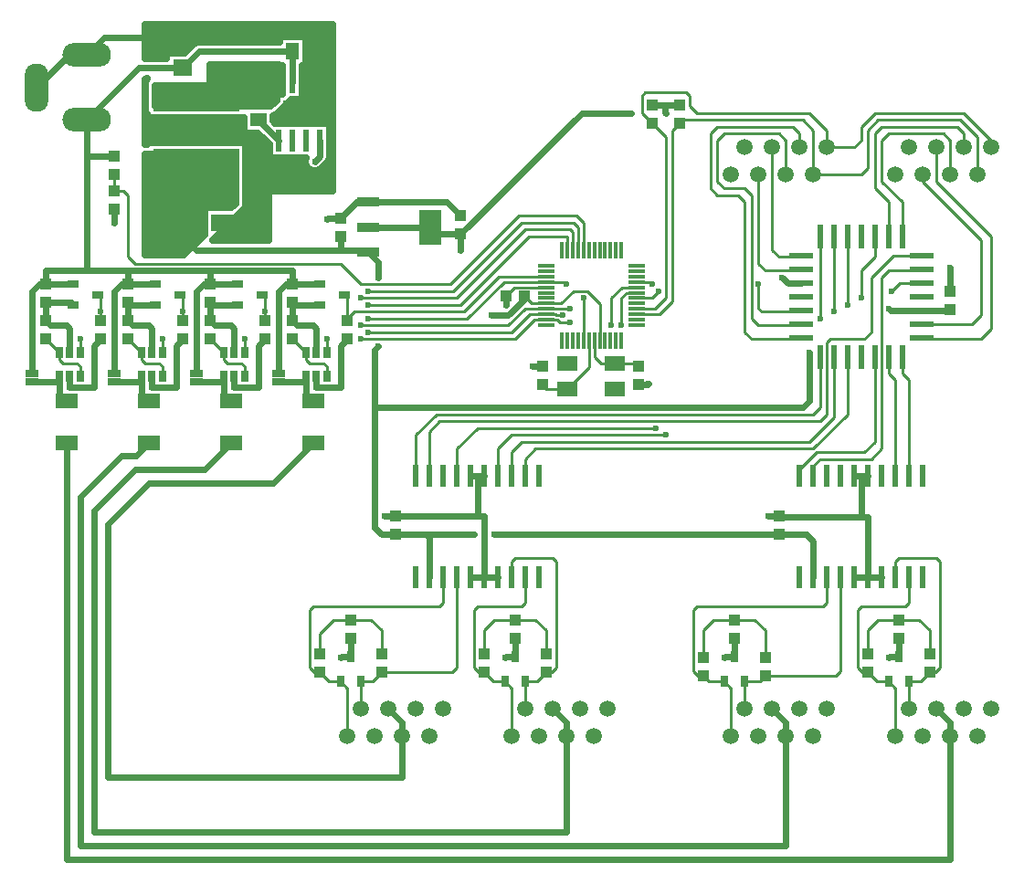
<source format=gtl>
G04 DipTrace 2.3.1.0*
%INuCANHub_Top.gtl*%
%MOIN*%
%ADD13C,0.024*%
%ADD14C,0.0236*%
%ADD15C,0.01*%
%ADD16C,0.025*%
%ADD17R,0.0394X0.0433*%
%ADD18R,0.0709X0.063*%
%ADD19R,0.0512X0.0591*%
%ADD20R,0.1378X0.063*%
%ADD21R,0.0591X0.0512*%
%ADD22R,0.0433X0.0394*%
%ADD23C,0.0591*%
%ADD25R,0.0256X0.0413*%
%ADD26R,0.0827X0.0551*%
%ADD28R,0.0236X0.0866*%
%ADD29R,0.0866X0.0236*%
%ADD30R,0.0846X0.0374*%
%ADD31R,0.0846X0.128*%
%ADD32R,0.0413X0.0256*%
%ADD33R,0.0236X0.0787*%
%ADD34R,0.126X0.0827*%
%ADD36R,0.0118X0.063*%
%ADD37R,0.063X0.0118*%
%ADD38O,0.1772X0.0866*%
%ADD39O,0.0866X0.1772*%
%ADD40R,0.05X0.025*%
%ADD41R,0.315X0.0866*%
%ADD42R,0.0276X0.0394*%
%ADD43R,0.0748X0.0551*%
%FSLAX44Y44*%
G04*
G70*
G90*
G75*
G01*
%LNTop*%
%LPD*%
X11437Y29943D2*
D13*
Y28687D1*
X10437Y27687D1*
X15937Y30687D2*
D14*
Y30110D1*
D13*
X15748Y29921D1*
X11417Y29134D2*
Y29923D1*
X11437Y29943D1*
X10437Y27687D2*
X11437Y26687D1*
X16687D1*
X17626D1*
X17687Y26626D1*
X16687Y27187D2*
Y26687D1*
X18687Y16312D2*
X19812D1*
X19937Y16187D1*
Y15250D1*
D14*
Y14736D1*
X32687Y16312D2*
D13*
X33687D1*
X33937Y16062D1*
Y15250D1*
D14*
Y14736D1*
X32687Y16312D2*
D13*
X22312D1*
X21562D2*
X19863D1*
X19937Y16187D1*
X18687Y16312D2*
X18187D1*
X17937Y16562D1*
Y20937D1*
Y23062D1*
X18062Y23187D1*
Y25687D2*
Y26251D1*
X17687Y26626D1*
X37897Y24487D2*
D14*
X38450D1*
D13*
X38907D1*
X38937Y24517D1*
X17937Y20937D2*
X33562D1*
X33812Y21187D1*
Y22937D1*
X36687Y24562D2*
X36762Y24487D1*
X37344D1*
D14*
X37897D1*
X14437Y30687D2*
X14269Y30855D1*
D13*
X13687Y31437D1*
X27508Y25329D2*
D15*
X26954D1*
X26562Y24937D1*
Y23937D1*
X28187Y20187D2*
X21687D1*
X20937Y19437D1*
Y18437D1*
X27508Y25132D2*
X27132D1*
X26937Y24937D1*
Y23937D1*
X28562Y19937D2*
X22937D1*
X22437Y19437D1*
Y18437D1*
X25362Y26687D2*
Y27512D1*
X25187Y27687D1*
X23312D1*
X20812Y25187D1*
X17687D1*
X7937Y24437D2*
Y24106D1*
Y24437D2*
Y24969D1*
X7843Y25063D1*
X25165Y26687D2*
Y27334D1*
X25062Y27437D1*
X23437D1*
X20937Y24937D1*
X17437D1*
X10937Y24437D2*
Y24106D1*
Y24437D2*
Y24969D1*
X10843Y25063D1*
X13843D2*
X13937D1*
Y24106D1*
X24969Y26687D2*
Y27187D1*
X23562D1*
X21062Y24687D1*
X17687D1*
X13937Y24437D2*
Y24106D1*
X16843Y25063D2*
X16937D1*
Y24106D1*
X24201Y25722D2*
X22472D1*
X21187Y24437D1*
X17187D1*
X16937Y24187D1*
Y24106D1*
X39437Y30437D2*
Y30937D1*
X39187Y31187D1*
X36437D1*
X36187Y30937D1*
Y28937D1*
X36687Y28437D1*
Y27187D1*
X37937Y29437D2*
Y29187D1*
X40062Y27062D1*
Y24312D1*
X39737Y23987D1*
X37897D1*
X24201Y25526D2*
X22651D1*
X21312Y24187D1*
X17687D1*
X7187Y23437D2*
Y22937D1*
X24201Y25526D2*
X24848D1*
X24937Y25437D1*
X35687Y24937D2*
Y25937D1*
X36187Y26437D1*
Y27187D1*
X24201Y24541D2*
X23416D1*
X22812Y23937D1*
X17437D1*
X10187Y23437D2*
Y22937D1*
X24201Y24541D2*
X24541D1*
X24562Y24562D1*
X25062D1*
X35187Y24687D2*
Y27187D1*
X24201Y24344D2*
X23594D1*
X22937Y23687D1*
X17687D1*
X13187Y23437D2*
Y22937D1*
X24201Y24344D2*
X24530D1*
X24562Y24312D1*
X24812D1*
X34687Y24437D2*
Y27187D1*
X24201Y24148D2*
X23773D1*
X23062Y23437D1*
X17437D1*
X16187D2*
Y22937D1*
X24201Y24148D2*
X24601D1*
X24687Y24062D1*
X25062D1*
X34187Y24187D2*
Y27187D1*
X34197Y22778D2*
Y20947D1*
X33937Y20687D1*
X20187D1*
X19437Y19937D1*
Y18437D1*
X35197Y22778D2*
Y20697D1*
X33937Y19437D1*
X23812D1*
X23437Y19062D1*
Y18437D1*
X33437D2*
Y18687D1*
X34062Y19312D1*
X35812D1*
X36187Y19687D1*
Y22768D1*
X36197Y22778D1*
X37437Y18437D2*
Y21937D1*
X37187Y22187D1*
Y22768D1*
X37197Y22778D1*
X10937Y34437D2*
D13*
X12152D1*
X12419Y34705D1*
X15437Y32813D2*
D14*
Y32299D1*
D13*
Y31961D1*
X15226Y31750D1*
X15937Y32813D2*
D14*
Y32461D1*
D13*
X15226Y31750D1*
X7437Y33799D2*
X6768D1*
X5587Y32618D1*
X10937Y34437D2*
X8075D1*
X7437Y33799D1*
X12419Y34705D2*
X15544D1*
X15687Y34562D1*
Y33939D1*
X15685Y33937D1*
X15437Y32813D2*
Y33689D1*
X15685Y33937D1*
X15937Y32813D2*
D14*
Y33327D1*
D13*
Y33685D1*
X15685Y33937D1*
X6813Y22071D2*
Y21687D1*
X9813Y22071D2*
Y21687D1*
X12813Y22071D2*
Y21687D1*
X15813Y22071D2*
X15812Y22070D1*
Y21687D1*
X7937Y23437D2*
X7687Y23187D1*
Y21687D1*
X6813D1*
X10937Y23437D2*
X10687Y23187D1*
Y21687D1*
X9813D1*
X13937Y23437D2*
X13687Y23187D1*
Y21687D1*
X12813D1*
X16937Y23437D2*
X16687Y23187D1*
Y21687D1*
X15812D1*
X17061Y11843D2*
Y12517D1*
X17062Y12518D1*
X23061Y11843D2*
Y12517D1*
X23062Y12518D1*
X31062D2*
Y11844D1*
X31061Y11843D1*
X37061D2*
Y12517D1*
X37062Y12518D1*
X8437Y28187D2*
Y27687D1*
X17687Y28437D2*
X20562D1*
X21062Y27937D1*
X17687Y28437D2*
X17268D1*
X16687Y27856D1*
X16231D1*
X16187Y27812D1*
X17061Y11843D2*
X16718D1*
X16687Y11812D1*
X23061Y11843D2*
X22718D1*
X22687Y11812D1*
X31061Y11843D2*
X30718D1*
X30687Y11812D1*
X37061Y11843D2*
X36718D1*
X36687Y11812D1*
X21437Y18437D2*
D14*
X21675D1*
D13*
X21699D1*
D14*
X21937D1*
X18687Y16981D2*
D13*
X21700D1*
X21937D1*
Y15250D1*
D14*
Y14736D1*
X21699Y18437D2*
D13*
X21700Y16981D1*
X22437Y14736D2*
D14*
X22199D1*
D13*
X22175D1*
D14*
X21937D1*
X21437D2*
X21675D1*
D13*
X21699D1*
D14*
X21937D1*
X35437Y18437D2*
X35675D1*
D13*
X35699D1*
D14*
X35937D1*
X35699D2*
D13*
Y16937D1*
X32731D1*
X32687Y16981D1*
X35937Y14736D2*
D14*
Y15250D1*
D13*
Y16937D1*
X35699D1*
X35437Y14736D2*
D14*
X35675D1*
D13*
X35699D1*
D14*
X35937D1*
X36437D2*
X36199D1*
D13*
X36175D1*
D14*
X35937D1*
X18687Y16981D2*
D13*
X18312D1*
X32687D2*
X32312D1*
X38937Y25187D2*
Y26062D1*
X33487Y25477D2*
D14*
X33022D1*
D13*
X32812Y25687D1*
X24062Y22437D2*
X23687D1*
X27562Y21768D2*
X27893D1*
X27937Y21812D1*
X24201Y25329D2*
D15*
X23034D1*
X22728Y25022D1*
X25559Y23380D2*
X25562D1*
Y24937D1*
X22728Y25022D2*
D13*
Y24687D1*
X21937Y11937D2*
D15*
Y12812D1*
X22312Y13187D1*
X23062D1*
X24187Y11937D2*
Y12812D1*
X23812Y13187D1*
X23062D1*
X15937Y11937D2*
Y12687D1*
X16437Y13187D1*
X17062D1*
X18187Y11937D2*
Y12812D1*
X17812Y13187D1*
X17062D1*
X23437Y9937D2*
Y10935D1*
X23435Y10937D1*
X23856D1*
X24187Y11268D1*
X24393D1*
X24562Y11437D1*
Y15312D1*
X24437Y15437D1*
X23062D1*
X22937Y15312D1*
Y14736D1*
Y8937D2*
Y10687D1*
X22687Y10937D1*
X22268D1*
X21937Y11268D1*
X21731D1*
X21562Y11437D1*
Y13562D1*
X21687Y13687D1*
X23312D1*
X23437Y13812D1*
Y14736D1*
X17437Y9937D2*
Y10935D1*
X17435Y10937D1*
X17856D1*
X18187Y11268D1*
X20768D1*
X20937Y11437D1*
Y14736D1*
X16937Y8937D2*
Y10687D1*
X16687Y10937D1*
X16268D1*
X15937Y11268D1*
X15731D1*
X15562Y11437D1*
Y13562D1*
X15687Y13687D1*
X20312D1*
X20437Y13812D1*
Y14736D1*
X38187Y11937D2*
Y12812D1*
X37812Y13187D1*
X37062D1*
X35937Y11937D2*
Y12812D1*
X36312Y13187D1*
X37062D1*
X32187Y11812D2*
Y12812D1*
X31812Y13187D1*
X31062D1*
X29937Y11812D2*
Y12812D1*
X30312Y13187D1*
X31062D1*
X37437Y9937D2*
X37435Y9939D1*
Y10937D1*
X37856D1*
X38187Y11268D1*
X38393D1*
X38562Y11437D1*
Y15312D1*
X38437Y15437D1*
X37062D1*
X36937Y15312D1*
Y14736D1*
Y8937D2*
Y10687D1*
X36687Y10937D1*
X36268D1*
X35937Y11268D1*
X35731D1*
X35562Y11437D1*
Y13562D1*
X35687Y13687D1*
X37312D1*
X37437Y13812D1*
Y14736D1*
X31437Y9937D2*
Y10935D1*
X31435Y10937D1*
X31981D1*
X32187Y11143D1*
X34768D1*
X34937Y11312D1*
Y14736D1*
X30937Y8937D2*
Y10687D1*
X30687Y10937D1*
X30143D1*
X29937Y11143D1*
X29731D1*
X29562Y11312D1*
Y13562D1*
X29687Y13687D1*
X34312D1*
X34437Y13812D1*
Y14736D1*
X8937Y23437D2*
X8939D1*
X9439Y22937D1*
Y22685D1*
X9562Y22562D1*
X10062D1*
X10187Y22437D1*
Y22071D1*
X11937Y23437D2*
X11939D1*
X12439Y22937D1*
Y22685D1*
X12562Y22562D1*
X13062D1*
X13187Y22437D1*
Y22071D1*
X14937Y23437D2*
X14939D1*
X15439Y22937D1*
Y22685D1*
X15562Y22562D1*
X16062D1*
X16187Y22437D1*
Y22071D1*
X5937Y23437D2*
X5939D1*
X6439Y22937D1*
Y22685D1*
X6562Y22562D1*
X7062D1*
X7187Y22437D1*
Y22071D1*
X25953Y23380D2*
Y22796D1*
X26187Y22562D1*
X26687D1*
X27437D1*
X27562Y22437D1*
X25756Y23380D2*
Y22419D1*
X24955Y21617D1*
X24212D1*
X24062Y21767D1*
X37897Y25487D2*
X37112D1*
X36812Y25187D1*
X28312D2*
X28062Y24937D1*
X27510D1*
X27508Y24935D1*
Y25526D2*
X27973D1*
X28062Y25437D1*
X31937D2*
Y24562D1*
X32062Y24437D1*
X33447D1*
X33487Y24477D1*
X15687Y19652D2*
D13*
X14222Y18187D1*
X9687D1*
X8187Y16687D1*
Y7437D1*
X18937D1*
Y8937D1*
X18437Y9937D2*
X18937Y9437D1*
Y8937D1*
X12687Y19652D2*
X11722Y18687D1*
X9187D1*
X7687Y17187D1*
Y5437D1*
X24937D1*
Y8937D1*
X24437Y9937D2*
X24937Y9437D1*
Y8937D1*
X9687Y19652D2*
X9222Y19187D1*
X8687D1*
X7187Y17687D1*
Y4937D1*
X32937D1*
Y8937D1*
X32437Y9937D2*
X32937Y9437D1*
Y8937D1*
X6687Y19652D2*
Y4437D1*
X38937D1*
Y8937D1*
X38437Y9937D2*
X38937Y9437D1*
Y8937D1*
X5937Y24768D2*
X6858D1*
X6937Y24689D1*
X5937Y24768D2*
Y24106D1*
X6813Y22937D2*
Y23811D1*
X6687Y23937D1*
X6106D1*
X5937Y24106D1*
X6439Y22071D2*
Y21867D1*
Y21435D1*
X6687Y21187D1*
X5437Y21867D2*
X6439D1*
X9937Y24689D2*
X9016D1*
X8937Y24768D1*
Y24106D1*
X9813Y22937D2*
Y23811D1*
X9687Y23937D1*
X9106D1*
X8937Y24106D1*
X9687Y21187D2*
X9439Y21435D1*
Y21867D1*
Y22071D1*
X8437Y21867D2*
X9439D1*
X12937Y24689D2*
X12016D1*
X11937Y24768D1*
Y24106D1*
X12813Y22937D2*
Y23811D1*
X12687Y23937D1*
X12106D1*
X11937Y24106D1*
X12687Y21187D2*
X12439Y21435D1*
Y21867D1*
Y22071D1*
X11437Y21867D2*
X12439D1*
X15937Y24689D2*
X15016D1*
X14937Y24768D1*
Y24106D1*
X15813Y22937D2*
Y23811D1*
X15687Y23937D1*
X15106D1*
X14937Y24106D1*
X15687Y21187D2*
X15439Y21435D1*
Y21867D1*
Y22071D1*
X14437Y21867D2*
X15439D1*
X37897Y26487D2*
D15*
X36862D1*
X36062Y25687D1*
Y23687D1*
X35812Y23437D1*
X34562D1*
X34437Y23312D1*
Y20687D1*
X34187Y20437D1*
X20312D1*
X19937Y20062D1*
Y18437D1*
X33937D2*
Y18812D1*
X34187Y19062D1*
X36062D1*
X36437Y19437D1*
Y25687D1*
X36687Y25937D1*
X37846D1*
X37897Y25987D1*
X38937Y29437D2*
Y30687D1*
X38687Y30937D1*
X36687D1*
X36437Y30687D1*
Y29187D1*
X37187Y28437D1*
Y27187D1*
X32437Y30437D2*
Y26687D1*
X32687Y26437D1*
X33528D1*
X33487Y26477D1*
X39937Y29437D2*
Y30812D1*
X39312Y31437D1*
X36312D1*
X35937Y31062D1*
Y29687D1*
X35687Y29437D1*
X33937D1*
Y31062D1*
X33562Y31437D1*
X29187D1*
X29062Y31312D1*
X27508Y24344D2*
X28344D1*
X28812Y24812D1*
Y31062D1*
X29062Y31312D1*
X40437Y30437D2*
Y30687D1*
X39437Y31687D1*
X36187D1*
X35687Y31187D1*
Y30687D1*
X35437Y30437D1*
X34437D1*
Y31062D1*
X33812Y31687D1*
X29687D1*
X29437Y31937D1*
Y32312D1*
X29312Y32437D1*
X27812D1*
X27687Y32312D1*
Y31687D1*
X28062Y31312D1*
X27508Y24541D2*
X28166D1*
X28562Y24937D1*
Y30812D1*
X28062Y31312D1*
X11437Y32187D2*
D13*
X13685D1*
X13687Y32185D1*
X14437Y32813D2*
D14*
X14315D1*
D13*
X13687Y32185D1*
X12419Y33169D2*
X11437Y32187D1*
X34697Y22778D2*
D15*
Y20572D1*
X33812Y19687D1*
X23312D1*
X22937Y19312D1*
Y18437D1*
X36937D2*
Y21937D1*
X36687Y22187D1*
Y22768D1*
X36697Y22778D1*
X38437Y30437D2*
Y29187D1*
X40437Y27187D1*
Y23812D1*
X40062Y23437D1*
X37846D1*
X37897Y23487D1*
X32937Y29437D2*
Y30687D1*
X32687Y30937D1*
X30687D1*
X30437Y30687D1*
Y29187D1*
X30687Y28937D1*
X31437D1*
X31687Y28687D1*
Y24187D1*
X31937Y23937D1*
X33528D1*
X33487Y23977D1*
X31937Y29437D2*
Y26187D1*
X32187Y25937D1*
X33528D1*
X33487Y25977D1*
X33437Y30437D2*
Y30937D1*
X33187Y31187D1*
X30437D1*
X30187Y30937D1*
Y28937D1*
X30437Y28687D1*
X31187D1*
X31437Y28437D1*
Y23687D1*
X31687Y23437D1*
X33528D1*
X33487Y23477D1*
X10937Y33335D2*
D13*
X9335D1*
X7437Y31437D1*
X14937Y33937D2*
X11539D1*
X10937Y33335D1*
X14937Y32813D2*
D14*
Y33327D1*
D13*
Y33937D1*
X5937Y25437D2*
X6937D1*
X5437Y22187D2*
Y25187D1*
X5687Y25437D1*
X5937D1*
X8437Y22187D2*
Y25187D1*
X8687Y25437D1*
X8937D1*
X11437Y22187D2*
Y25187D1*
X11687Y25437D1*
X11937D1*
X14437Y22187D2*
Y25187D1*
X14687Y25437D1*
X14937D1*
X9937D2*
X8937D1*
X12937D2*
X11937D1*
X15937D2*
X14937D1*
X7437Y31437D2*
Y30106D1*
Y25937D1*
X5937D1*
Y25437D1*
X14937D2*
Y25937D1*
X11937D1*
X8937D1*
X7437D1*
X11937Y25437D2*
Y25937D1*
X8437Y30106D2*
X7437D1*
X8937Y25437D2*
Y25937D1*
X17687Y27531D2*
X19970D1*
X21062Y27267D2*
X20235D1*
X19970Y27531D1*
X24201Y24738D2*
D15*
X23680D1*
X23397Y25022D1*
X24201Y24738D2*
X24738D1*
X25187Y25187D1*
X25687D1*
X26150Y24724D1*
Y23380D1*
X23397Y25022D2*
D13*
Y24897D1*
X22812Y24312D1*
X22187D1*
X21062Y26687D2*
Y27267D1*
X29062Y31981D2*
X28521D1*
X28062D1*
X28521D2*
Y31728D1*
X28562Y31687D1*
X27312D2*
X25482D1*
X21062Y27267D1*
X8437Y29437D2*
D15*
Y28856D1*
X25559Y26687D2*
Y27690D1*
X25312Y27937D1*
X23187D1*
X20687Y25437D1*
X17437D1*
X16687Y26187D1*
X9187D1*
X8937Y26437D1*
Y28687D1*
X8768Y28856D1*
X8437D1*
D14*
X15748Y29921D3*
X11417Y29134D3*
X22312Y16312D3*
X21562D3*
X18062Y23187D3*
Y25687D3*
X33812Y22937D3*
X36687Y24562D3*
X26562Y23937D3*
X28187Y20187D3*
X26937Y23937D3*
X28562Y19937D3*
X17687Y25187D3*
X7937Y24437D3*
D3*
X17437Y24937D3*
X10937Y24437D3*
D3*
X17687Y24687D3*
X13937Y24437D3*
X17687Y24187D3*
X7187Y23437D3*
X24937Y25437D3*
X35687Y24937D3*
X17437Y23937D3*
X10187Y23437D3*
X25062Y24562D3*
X35187Y24687D3*
X17687Y23687D3*
X13187Y23437D3*
X24812Y24312D3*
X34687Y24437D3*
X17437Y23437D3*
X16187D3*
X25062Y24062D3*
X34187Y24187D3*
X6813Y21687D3*
X9813D3*
X6813D3*
X12813D3*
X9813D3*
X15812D3*
X12813D3*
X8437Y27687D3*
X16187Y27812D3*
X8437Y27687D3*
X16687Y11812D3*
X22687D3*
X16687D3*
X30687D3*
X22687D3*
X36687D3*
X30687D3*
X18312Y16981D3*
X32312D3*
X38937Y26062D3*
X16187Y27812D3*
X32812Y25687D3*
X23687Y22437D3*
X27937Y21812D3*
X23687Y22437D3*
X25562Y24937D3*
X22728Y24687D3*
X36812Y25187D3*
X28312D3*
X28062Y25437D3*
X31937D3*
X22187Y24312D3*
X21062Y26687D3*
X28562Y31687D3*
X27312D3*
X11960Y33188D2*
D16*
X14537D1*
X11960Y32940D2*
X14537D1*
X11866Y32691D2*
X14537D1*
X9962Y32442D2*
X14537D1*
X9962Y32194D2*
X14336D1*
X9962Y31945D2*
X14117D1*
X14486Y32398D2*
X14561D1*
X14562Y33410D1*
X14446Y33407D1*
Y33434D1*
X13937Y33437D1*
X11937D1*
Y32812D1*
X11876Y32707D1*
X11812Y32687D1*
X9937D1*
Y31937D1*
X14136D1*
X14361Y32163D1*
Y32398D1*
X14486D1*
X9599Y29941D2*
X12844D1*
X9599Y29693D2*
X12844D1*
X9599Y29444D2*
X12844D1*
X9599Y29195D2*
X12844D1*
X9599Y28947D2*
X12844D1*
X9599Y28698D2*
X12844D1*
X9599Y28449D2*
X12844D1*
X9599Y28200D2*
X11691D1*
X9599Y27952D2*
X11691D1*
X9599Y27703D2*
X11691D1*
X9599Y27454D2*
X11691D1*
X9599Y27206D2*
X11648D1*
X9599Y26957D2*
X11402D1*
X9599Y26708D2*
X11152D1*
X11843Y28237D2*
X12706D1*
X12866Y28397D1*
X12867Y30190D1*
X9574D1*
Y26503D1*
X10970D1*
X11717Y27248D1*
X11718Y28237D1*
X11843D1*
X9599Y34666D2*
X16387D1*
X9599Y34417D2*
X14422D1*
X15452D2*
X16387D1*
X9599Y34168D2*
X11242D1*
X15452D2*
X16387D1*
X9599Y33920D2*
X10996D1*
X15452D2*
X16387D1*
X15452Y33671D2*
X16387D1*
X15452Y33422D2*
X16387D1*
X15316Y33174D2*
X16387D1*
X15316Y32925D2*
X16387D1*
X15316Y32676D2*
X16387D1*
X15316Y32427D2*
X16387D1*
X14905Y32179D2*
X16387D1*
X14663Y31930D2*
X16387D1*
X14413Y31681D2*
X16387D1*
X9599Y31433D2*
X13133D1*
X14241D2*
X16387D1*
X9599Y31184D2*
X13133D1*
X9599Y30935D2*
X13660D1*
X9599Y30687D2*
X13910D1*
X13273Y30438D2*
X14059D1*
X13273Y30189D2*
X14059D1*
X13273Y29941D2*
X15367D1*
X13273Y29692D2*
X15453D1*
X16046D2*
X16387D1*
X13273Y29443D2*
X16387D1*
X13253Y29195D2*
X16387D1*
X13253Y28946D2*
X16387D1*
X13253Y28697D2*
X14023D1*
X13253Y28448D2*
X14023D1*
X13202Y28200D2*
X14023D1*
X12952Y27951D2*
X14023D1*
X12706Y27702D2*
X14023D1*
X12456Y27454D2*
X14023D1*
X12206Y27205D2*
X14023D1*
X14307Y31316D2*
X14790Y31312D1*
X15209Y31316D1*
X15290Y31312D1*
X15709Y31316D1*
X15790Y31312D1*
X16209Y31316D1*
X16290D1*
Y30058D1*
X16270Y29987D1*
X16232Y29912D1*
X16100Y29771D1*
X15999Y29670D1*
X15897Y29599D1*
X15777Y29567D1*
X15653Y29579D1*
X15541Y29633D1*
X15454Y29722D1*
X15404Y29836D1*
X15398Y29971D1*
X15415Y30058D1*
X15084Y30062D1*
X14665Y30058D1*
X14584Y30062D1*
X14165Y30058D1*
X14084D1*
Y30539D1*
X13678Y30944D1*
X13157Y30946D1*
Y31520D1*
X9627Y31519D1*
Y31663D1*
X9607Y31698D1*
X9577Y31812D1*
Y32812D1*
X9615Y32939D1*
X9574Y32914D1*
Y30550D1*
X9625D1*
X9627Y30611D1*
X13247D1*
Y29275D1*
X13227D1*
Y28346D1*
X13192Y28225D1*
X13070Y28092D1*
X12018Y27040D1*
X13312Y27042D1*
X14050D1*
X14048Y28740D1*
X14109Y28846D1*
X14173Y28865D1*
X16410D1*
Y34914D1*
X9574D1*
Y33692D1*
X10346Y33690D1*
X10348Y33885D1*
X10984D1*
X11288Y34188D1*
X11390Y34259D1*
X11539Y34292D1*
X14450D1*
X14446Y34467D1*
X15428D1*
Y33407D1*
X15291D1*
X15290Y32184D1*
X14888D1*
X14353Y31646D1*
X14242Y31585D1*
X14217Y31553D1*
Y31408D1*
X14311Y31315D1*
D17*
X23062Y13187D3*
Y12518D3*
X17062Y13187D3*
Y12518D3*
X37062Y13187D3*
Y12518D3*
X31062Y13187D3*
Y12518D3*
X18687Y16312D3*
Y16981D3*
X32687Y16312D3*
Y16981D3*
D18*
X10937Y33335D3*
Y34437D3*
D19*
X14937Y33937D3*
X15685D3*
D20*
X10437Y27687D3*
X12642D3*
D21*
X13687Y31437D3*
Y32185D3*
D17*
X16687Y27187D3*
Y27856D3*
X21062Y27267D3*
Y27937D3*
X27562Y22437D3*
Y21768D3*
X24062Y21767D3*
Y22437D3*
D22*
X23397Y25022D3*
X22728D3*
D17*
X38937Y24517D3*
Y25187D3*
D23*
X36937Y8937D3*
X37437Y9937D3*
X37937Y8937D3*
X38437Y9937D3*
X38937Y8937D3*
X39437Y9937D3*
X39937Y8937D3*
X40437Y9937D3*
X30937Y8937D3*
X31437Y9937D3*
X31937Y8937D3*
X32437Y9937D3*
X32937Y8937D3*
X33437Y9937D3*
X33937Y8937D3*
X34437Y9937D3*
X22937Y8937D3*
X23437Y9937D3*
X23937Y8937D3*
X24437Y9937D3*
X24937Y8937D3*
X25437Y9937D3*
X25937Y8937D3*
X26437Y9937D3*
X16937Y8937D3*
X17437Y9937D3*
X17937Y8937D3*
X18437Y9937D3*
X18937Y8937D3*
X19437Y9937D3*
X19937Y8937D3*
X20437Y9937D3*
X34437Y30437D3*
X33937Y29437D3*
X33437Y30437D3*
X32937Y29437D3*
X32437Y30437D3*
X31937Y29437D3*
X31437Y30437D3*
X30937Y29437D3*
X40437Y30437D3*
X39937Y29437D3*
X39437Y30437D3*
X38937Y29437D3*
X38437Y30437D3*
X37937Y29437D3*
X37437Y30437D3*
X36937Y29437D3*
D25*
X22687Y10937D3*
X23435D3*
X23061Y11843D3*
X16687Y10937D3*
X17435D3*
X17061Y11843D3*
X36687Y10937D3*
X37435D3*
X37061Y11843D3*
X30687Y10937D3*
X31435D3*
X31061Y11843D3*
D26*
X12419Y34705D3*
Y33169D3*
X6687Y21187D3*
Y19652D3*
X9687Y21187D3*
Y19652D3*
X12687Y21187D3*
Y19652D3*
X15687Y21187D3*
Y19652D3*
D28*
X37187Y27187D3*
X36687D3*
X36187D3*
X35687D3*
X35187D3*
X34687D3*
X34187D3*
D29*
X33487Y26477D3*
Y25977D3*
Y25477D3*
Y24977D3*
Y24477D3*
Y23977D3*
Y23477D3*
D28*
X34197Y22778D3*
X34697D3*
X35197D3*
X35697D3*
X36197D3*
X36697D3*
X37197D3*
D29*
X37897Y23487D3*
Y23987D3*
Y24487D3*
Y24987D3*
Y25487D3*
Y25987D3*
Y26487D3*
D30*
X17687Y28437D3*
Y27531D3*
Y26626D3*
D31*
X19970Y27531D3*
D32*
X6937Y25437D3*
Y24689D3*
X7843Y25063D3*
X9937Y25437D3*
Y24689D3*
X10843Y25063D3*
X12937Y25437D3*
Y24689D3*
X13843Y25063D3*
X15937Y25437D3*
Y24689D3*
X16843Y25063D3*
D33*
X14437Y30687D3*
X14937D3*
X15437D3*
X15937D3*
Y32813D3*
X15437D3*
X14937D3*
X14437D3*
D34*
X15226Y31750D3*
D33*
X23937Y18437D3*
X23437D3*
X22937D3*
X22437D3*
X21937D3*
X21437D3*
X20937D3*
X20437D3*
X19937D3*
X19437D3*
Y14736D3*
X19937D3*
X20437D3*
X20937D3*
X21437D3*
X21937D3*
X22437D3*
X22937D3*
X23437D3*
X23937D3*
D36*
X24772Y23380D3*
X24969D3*
X25165D3*
X25362D3*
X25559D3*
X25756D3*
X25953D3*
X26150D3*
X26346D3*
X26543D3*
X26740D3*
X26937D3*
D37*
X27508Y23951D3*
Y24148D3*
Y24344D3*
Y24541D3*
Y24738D3*
Y24935D3*
Y25132D3*
Y25329D3*
Y25526D3*
Y25722D3*
Y25919D3*
Y26116D3*
D36*
X26937Y26687D3*
X26740D3*
X26543D3*
X26346D3*
X26150D3*
X25953D3*
X25756D3*
X25559D3*
X25362D3*
X25165D3*
X24969D3*
X24772D3*
D37*
X24201Y26116D3*
Y25919D3*
Y25722D3*
Y25526D3*
Y25329D3*
Y25132D3*
Y24935D3*
Y24738D3*
Y24541D3*
Y24344D3*
Y24148D3*
Y23951D3*
D33*
X37937Y18437D3*
X37437D3*
X36937D3*
X36437D3*
X35937D3*
X35437D3*
X34937D3*
X34437D3*
X33937D3*
X33437D3*
Y14736D3*
X33937D3*
X34437D3*
X34937D3*
X35437D3*
X35937D3*
X36437D3*
X36937D3*
X37437D3*
X37937D3*
D38*
X7437Y31437D3*
Y33799D3*
D39*
X5587Y32618D3*
D40*
X5437Y22187D3*
Y21867D3*
X8437Y22187D3*
Y21867D3*
X11437Y22187D3*
Y21867D3*
X14437Y22187D3*
Y21867D3*
D41*
X11437Y32187D3*
Y29943D3*
D42*
X7187Y22937D3*
X6813D3*
X6439D3*
Y22071D3*
X6813D3*
X7187D3*
X10187Y22937D3*
X9813D3*
X9439D3*
Y22071D3*
X9813D3*
X10187D3*
X13187Y22937D3*
X12813D3*
X12439D3*
Y22071D3*
X12813D3*
X13187D3*
X16187Y22937D3*
X15813D3*
X15439D3*
Y22071D3*
X15813D3*
X16187D3*
D17*
X24187Y11937D3*
Y11268D3*
X21937Y11937D3*
Y11268D3*
X18187Y11937D3*
Y11268D3*
X15937Y11937D3*
Y11268D3*
X38187Y11937D3*
Y11268D3*
X35937Y11937D3*
Y11268D3*
X32187Y11812D3*
Y11143D3*
X29937Y11812D3*
Y11143D3*
X5937Y25437D3*
Y24768D3*
X8937Y25437D3*
Y24768D3*
X11937Y25437D3*
Y24768D3*
X14937Y25437D3*
Y24768D3*
X7937Y23437D3*
Y24106D3*
X10937Y23437D3*
Y24106D3*
X13937Y23437D3*
Y24106D3*
X16937Y23437D3*
Y24106D3*
X5937Y23437D3*
Y24106D3*
X8937Y23437D3*
Y24106D3*
X11937Y23437D3*
Y24106D3*
X14937Y23437D3*
Y24106D3*
X8437Y29437D3*
Y30106D3*
Y28187D3*
Y28856D3*
X29062Y31312D3*
Y31981D3*
X28062Y31312D3*
Y31981D3*
D43*
X24955Y21617D3*
X26687D3*
Y22562D3*
X24955D3*
M02*

</source>
